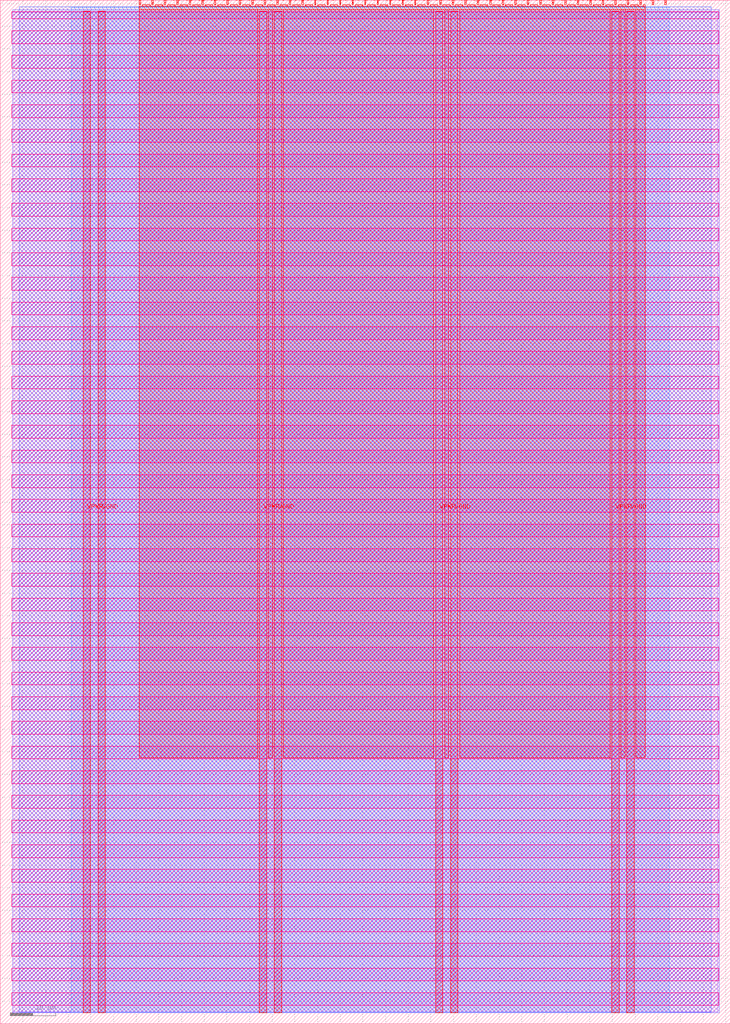
<source format=lef>
VERSION 5.7 ;
  NOWIREEXTENSIONATPIN ON ;
  DIVIDERCHAR "/" ;
  BUSBITCHARS "[]" ;
MACRO tt_um_pdm_pitch_filter_arghunter
  CLASS BLOCK ;
  FOREIGN tt_um_pdm_pitch_filter_arghunter ;
  ORIGIN 0.000 0.000 ;
  SIZE 161.000 BY 225.760 ;
  PIN VGND
    DIRECTION INOUT ;
    USE GROUND ;
    PORT
      LAYER met4 ;
        RECT 21.580 2.480 23.180 223.280 ;
    END
    PORT
      LAYER met4 ;
        RECT 60.450 2.480 62.050 223.280 ;
    END
    PORT
      LAYER met4 ;
        RECT 99.320 2.480 100.920 223.280 ;
    END
    PORT
      LAYER met4 ;
        RECT 138.190 2.480 139.790 223.280 ;
    END
  END VGND
  PIN VPWR
    DIRECTION INOUT ;
    USE POWER ;
    PORT
      LAYER met4 ;
        RECT 18.280 2.480 19.880 223.280 ;
    END
    PORT
      LAYER met4 ;
        RECT 57.150 2.480 58.750 223.280 ;
    END
    PORT
      LAYER met4 ;
        RECT 96.020 2.480 97.620 223.280 ;
    END
    PORT
      LAYER met4 ;
        RECT 134.890 2.480 136.490 223.280 ;
    END
  END VPWR
  PIN clk
    DIRECTION INPUT ;
    USE SIGNAL ;
    PORT
      LAYER met4 ;
        RECT 143.830 224.760 144.130 225.760 ;
    END
  END clk
  PIN ena
    DIRECTION INPUT ;
    USE SIGNAL ;
    PORT
      LAYER met4 ;
        RECT 146.590 224.760 146.890 225.760 ;
    END
  END ena
  PIN rst_n
    DIRECTION INPUT ;
    USE SIGNAL ;
    ANTENNAGATEAREA 0.213000 ;
    PORT
      LAYER met4 ;
        RECT 141.070 224.760 141.370 225.760 ;
    END
  END rst_n
  PIN ui_in[0]
    DIRECTION INPUT ;
    USE SIGNAL ;
    ANTENNAGATEAREA 0.196500 ;
    PORT
      LAYER met4 ;
        RECT 138.310 224.760 138.610 225.760 ;
    END
  END ui_in[0]
  PIN ui_in[1]
    DIRECTION INPUT ;
    USE SIGNAL ;
    ANTENNAGATEAREA 0.196500 ;
    PORT
      LAYER met4 ;
        RECT 135.550 224.760 135.850 225.760 ;
    END
  END ui_in[1]
  PIN ui_in[2]
    DIRECTION INPUT ;
    USE SIGNAL ;
    ANTENNAGATEAREA 0.196500 ;
    PORT
      LAYER met4 ;
        RECT 132.790 224.760 133.090 225.760 ;
    END
  END ui_in[2]
  PIN ui_in[3]
    DIRECTION INPUT ;
    USE SIGNAL ;
    ANTENNAGATEAREA 0.196500 ;
    PORT
      LAYER met4 ;
        RECT 130.030 224.760 130.330 225.760 ;
    END
  END ui_in[3]
  PIN ui_in[4]
    DIRECTION INPUT ;
    USE SIGNAL ;
    PORT
      LAYER met4 ;
        RECT 127.270 224.760 127.570 225.760 ;
    END
  END ui_in[4]
  PIN ui_in[5]
    DIRECTION INPUT ;
    USE SIGNAL ;
    PORT
      LAYER met4 ;
        RECT 124.510 224.760 124.810 225.760 ;
    END
  END ui_in[5]
  PIN ui_in[6]
    DIRECTION INPUT ;
    USE SIGNAL ;
    PORT
      LAYER met4 ;
        RECT 121.750 224.760 122.050 225.760 ;
    END
  END ui_in[6]
  PIN ui_in[7]
    DIRECTION INPUT ;
    USE SIGNAL ;
    PORT
      LAYER met4 ;
        RECT 118.990 224.760 119.290 225.760 ;
    END
  END ui_in[7]
  PIN uio_in[0]
    DIRECTION INPUT ;
    USE SIGNAL ;
    PORT
      LAYER met4 ;
        RECT 116.230 224.760 116.530 225.760 ;
    END
  END uio_in[0]
  PIN uio_in[1]
    DIRECTION INPUT ;
    USE SIGNAL ;
    PORT
      LAYER met4 ;
        RECT 113.470 224.760 113.770 225.760 ;
    END
  END uio_in[1]
  PIN uio_in[2]
    DIRECTION INPUT ;
    USE SIGNAL ;
    PORT
      LAYER met4 ;
        RECT 110.710 224.760 111.010 225.760 ;
    END
  END uio_in[2]
  PIN uio_in[3]
    DIRECTION INPUT ;
    USE SIGNAL ;
    PORT
      LAYER met4 ;
        RECT 107.950 224.760 108.250 225.760 ;
    END
  END uio_in[3]
  PIN uio_in[4]
    DIRECTION INPUT ;
    USE SIGNAL ;
    PORT
      LAYER met4 ;
        RECT 105.190 224.760 105.490 225.760 ;
    END
  END uio_in[4]
  PIN uio_in[5]
    DIRECTION INPUT ;
    USE SIGNAL ;
    PORT
      LAYER met4 ;
        RECT 102.430 224.760 102.730 225.760 ;
    END
  END uio_in[5]
  PIN uio_in[6]
    DIRECTION INPUT ;
    USE SIGNAL ;
    PORT
      LAYER met4 ;
        RECT 99.670 224.760 99.970 225.760 ;
    END
  END uio_in[6]
  PIN uio_in[7]
    DIRECTION INPUT ;
    USE SIGNAL ;
    PORT
      LAYER met4 ;
        RECT 96.910 224.760 97.210 225.760 ;
    END
  END uio_in[7]
  PIN uio_oe[0]
    DIRECTION OUTPUT ;
    USE SIGNAL ;
    ANTENNADIFFAREA 0.445500 ;
    PORT
      LAYER met4 ;
        RECT 49.990 224.760 50.290 225.760 ;
    END
  END uio_oe[0]
  PIN uio_oe[1]
    DIRECTION OUTPUT ;
    USE SIGNAL ;
    ANTENNADIFFAREA 0.445500 ;
    PORT
      LAYER met4 ;
        RECT 47.230 224.760 47.530 225.760 ;
    END
  END uio_oe[1]
  PIN uio_oe[2]
    DIRECTION OUTPUT ;
    USE SIGNAL ;
    ANTENNADIFFAREA 0.445500 ;
    PORT
      LAYER met4 ;
        RECT 44.470 224.760 44.770 225.760 ;
    END
  END uio_oe[2]
  PIN uio_oe[3]
    DIRECTION OUTPUT ;
    USE SIGNAL ;
    ANTENNADIFFAREA 0.445500 ;
    PORT
      LAYER met4 ;
        RECT 41.710 224.760 42.010 225.760 ;
    END
  END uio_oe[3]
  PIN uio_oe[4]
    DIRECTION OUTPUT ;
    USE SIGNAL ;
    ANTENNADIFFAREA 0.445500 ;
    PORT
      LAYER met4 ;
        RECT 38.950 224.760 39.250 225.760 ;
    END
  END uio_oe[4]
  PIN uio_oe[5]
    DIRECTION OUTPUT ;
    USE SIGNAL ;
    ANTENNADIFFAREA 0.445500 ;
    PORT
      LAYER met4 ;
        RECT 36.190 224.760 36.490 225.760 ;
    END
  END uio_oe[5]
  PIN uio_oe[6]
    DIRECTION OUTPUT ;
    USE SIGNAL ;
    ANTENNADIFFAREA 0.445500 ;
    PORT
      LAYER met4 ;
        RECT 33.430 224.760 33.730 225.760 ;
    END
  END uio_oe[6]
  PIN uio_oe[7]
    DIRECTION OUTPUT ;
    USE SIGNAL ;
    ANTENNADIFFAREA 0.445500 ;
    PORT
      LAYER met4 ;
        RECT 30.670 224.760 30.970 225.760 ;
    END
  END uio_oe[7]
  PIN uio_out[0]
    DIRECTION OUTPUT ;
    USE SIGNAL ;
    ANTENNADIFFAREA 0.445500 ;
    PORT
      LAYER met4 ;
        RECT 72.070 224.760 72.370 225.760 ;
    END
  END uio_out[0]
  PIN uio_out[1]
    DIRECTION OUTPUT ;
    USE SIGNAL ;
    ANTENNADIFFAREA 0.445500 ;
    PORT
      LAYER met4 ;
        RECT 69.310 224.760 69.610 225.760 ;
    END
  END uio_out[1]
  PIN uio_out[2]
    DIRECTION OUTPUT ;
    USE SIGNAL ;
    ANTENNADIFFAREA 0.445500 ;
    PORT
      LAYER met4 ;
        RECT 66.550 224.760 66.850 225.760 ;
    END
  END uio_out[2]
  PIN uio_out[3]
    DIRECTION OUTPUT ;
    USE SIGNAL ;
    ANTENNADIFFAREA 0.445500 ;
    PORT
      LAYER met4 ;
        RECT 63.790 224.760 64.090 225.760 ;
    END
  END uio_out[3]
  PIN uio_out[4]
    DIRECTION OUTPUT ;
    USE SIGNAL ;
    ANTENNADIFFAREA 0.445500 ;
    PORT
      LAYER met4 ;
        RECT 61.030 224.760 61.330 225.760 ;
    END
  END uio_out[4]
  PIN uio_out[5]
    DIRECTION OUTPUT ;
    USE SIGNAL ;
    ANTENNADIFFAREA 0.445500 ;
    PORT
      LAYER met4 ;
        RECT 58.270 224.760 58.570 225.760 ;
    END
  END uio_out[5]
  PIN uio_out[6]
    DIRECTION OUTPUT ;
    USE SIGNAL ;
    ANTENNADIFFAREA 0.445500 ;
    PORT
      LAYER met4 ;
        RECT 55.510 224.760 55.810 225.760 ;
    END
  END uio_out[6]
  PIN uio_out[7]
    DIRECTION OUTPUT ;
    USE SIGNAL ;
    ANTENNADIFFAREA 0.445500 ;
    PORT
      LAYER met4 ;
        RECT 52.750 224.760 53.050 225.760 ;
    END
  END uio_out[7]
  PIN uo_out[0]
    DIRECTION OUTPUT ;
    USE SIGNAL ;
    ANTENNADIFFAREA 0.445500 ;
    PORT
      LAYER met4 ;
        RECT 94.150 224.760 94.450 225.760 ;
    END
  END uo_out[0]
  PIN uo_out[1]
    DIRECTION OUTPUT ;
    USE SIGNAL ;
    ANTENNADIFFAREA 0.445500 ;
    PORT
      LAYER met4 ;
        RECT 91.390 224.760 91.690 225.760 ;
    END
  END uo_out[1]
  PIN uo_out[2]
    DIRECTION OUTPUT ;
    USE SIGNAL ;
    ANTENNADIFFAREA 0.445500 ;
    PORT
      LAYER met4 ;
        RECT 88.630 224.760 88.930 225.760 ;
    END
  END uo_out[2]
  PIN uo_out[3]
    DIRECTION OUTPUT ;
    USE SIGNAL ;
    ANTENNADIFFAREA 0.445500 ;
    PORT
      LAYER met4 ;
        RECT 85.870 224.760 86.170 225.760 ;
    END
  END uo_out[3]
  PIN uo_out[4]
    DIRECTION OUTPUT ;
    USE SIGNAL ;
    ANTENNADIFFAREA 0.445500 ;
    PORT
      LAYER met4 ;
        RECT 83.110 224.760 83.410 225.760 ;
    END
  END uo_out[4]
  PIN uo_out[5]
    DIRECTION OUTPUT ;
    USE SIGNAL ;
    ANTENNADIFFAREA 0.445500 ;
    PORT
      LAYER met4 ;
        RECT 80.350 224.760 80.650 225.760 ;
    END
  END uo_out[5]
  PIN uo_out[6]
    DIRECTION OUTPUT ;
    USE SIGNAL ;
    ANTENNADIFFAREA 0.445500 ;
    PORT
      LAYER met4 ;
        RECT 77.590 224.760 77.890 225.760 ;
    END
  END uo_out[6]
  PIN uo_out[7]
    DIRECTION OUTPUT ;
    USE SIGNAL ;
    ANTENNADIFFAREA 0.445500 ;
    PORT
      LAYER met4 ;
        RECT 74.830 224.760 75.130 225.760 ;
    END
  END uo_out[7]
  OBS
      LAYER nwell ;
        RECT 2.570 221.625 158.430 223.230 ;
        RECT 2.570 216.185 158.430 219.015 ;
        RECT 2.570 210.745 158.430 213.575 ;
        RECT 2.570 205.305 158.430 208.135 ;
        RECT 2.570 199.865 158.430 202.695 ;
        RECT 2.570 194.425 158.430 197.255 ;
        RECT 2.570 188.985 158.430 191.815 ;
        RECT 2.570 183.545 158.430 186.375 ;
        RECT 2.570 178.105 158.430 180.935 ;
        RECT 2.570 172.665 158.430 175.495 ;
        RECT 2.570 167.225 158.430 170.055 ;
        RECT 2.570 161.785 158.430 164.615 ;
        RECT 2.570 156.345 158.430 159.175 ;
        RECT 2.570 150.905 158.430 153.735 ;
        RECT 2.570 145.465 158.430 148.295 ;
        RECT 2.570 140.025 158.430 142.855 ;
        RECT 2.570 134.585 158.430 137.415 ;
        RECT 2.570 129.145 158.430 131.975 ;
        RECT 2.570 123.705 158.430 126.535 ;
        RECT 2.570 118.265 158.430 121.095 ;
        RECT 2.570 112.825 158.430 115.655 ;
        RECT 2.570 107.385 158.430 110.215 ;
        RECT 2.570 101.945 158.430 104.775 ;
        RECT 2.570 96.505 158.430 99.335 ;
        RECT 2.570 91.065 158.430 93.895 ;
        RECT 2.570 85.625 158.430 88.455 ;
        RECT 2.570 80.185 158.430 83.015 ;
        RECT 2.570 74.745 158.430 77.575 ;
        RECT 2.570 69.305 158.430 72.135 ;
        RECT 2.570 63.865 158.430 66.695 ;
        RECT 2.570 58.425 158.430 61.255 ;
        RECT 2.570 52.985 158.430 55.815 ;
        RECT 2.570 47.545 158.430 50.375 ;
        RECT 2.570 42.105 158.430 44.935 ;
        RECT 2.570 36.665 158.430 39.495 ;
        RECT 2.570 31.225 158.430 34.055 ;
        RECT 2.570 25.785 158.430 28.615 ;
        RECT 2.570 20.345 158.430 23.175 ;
        RECT 2.570 14.905 158.430 17.735 ;
        RECT 2.570 9.465 158.430 12.295 ;
        RECT 2.570 4.025 158.430 6.855 ;
      LAYER li1 ;
        RECT 2.760 2.635 158.240 223.125 ;
      LAYER met1 ;
        RECT 2.760 2.480 158.540 223.680 ;
      LAYER met2 ;
        RECT 4.240 2.535 156.760 224.245 ;
      LAYER met3 ;
        RECT 15.705 2.555 147.595 224.225 ;
      LAYER met4 ;
        RECT 31.370 224.360 33.030 224.760 ;
        RECT 34.130 224.360 35.790 224.760 ;
        RECT 36.890 224.360 38.550 224.760 ;
        RECT 39.650 224.360 41.310 224.760 ;
        RECT 42.410 224.360 44.070 224.760 ;
        RECT 45.170 224.360 46.830 224.760 ;
        RECT 47.930 224.360 49.590 224.760 ;
        RECT 50.690 224.360 52.350 224.760 ;
        RECT 53.450 224.360 55.110 224.760 ;
        RECT 56.210 224.360 57.870 224.760 ;
        RECT 58.970 224.360 60.630 224.760 ;
        RECT 61.730 224.360 63.390 224.760 ;
        RECT 64.490 224.360 66.150 224.760 ;
        RECT 67.250 224.360 68.910 224.760 ;
        RECT 70.010 224.360 71.670 224.760 ;
        RECT 72.770 224.360 74.430 224.760 ;
        RECT 75.530 224.360 77.190 224.760 ;
        RECT 78.290 224.360 79.950 224.760 ;
        RECT 81.050 224.360 82.710 224.760 ;
        RECT 83.810 224.360 85.470 224.760 ;
        RECT 86.570 224.360 88.230 224.760 ;
        RECT 89.330 224.360 90.990 224.760 ;
        RECT 92.090 224.360 93.750 224.760 ;
        RECT 94.850 224.360 96.510 224.760 ;
        RECT 97.610 224.360 99.270 224.760 ;
        RECT 100.370 224.360 102.030 224.760 ;
        RECT 103.130 224.360 104.790 224.760 ;
        RECT 105.890 224.360 107.550 224.760 ;
        RECT 108.650 224.360 110.310 224.760 ;
        RECT 111.410 224.360 113.070 224.760 ;
        RECT 114.170 224.360 115.830 224.760 ;
        RECT 116.930 224.360 118.590 224.760 ;
        RECT 119.690 224.360 121.350 224.760 ;
        RECT 122.450 224.360 124.110 224.760 ;
        RECT 125.210 224.360 126.870 224.760 ;
        RECT 127.970 224.360 129.630 224.760 ;
        RECT 130.730 224.360 132.390 224.760 ;
        RECT 133.490 224.360 135.150 224.760 ;
        RECT 136.250 224.360 137.910 224.760 ;
        RECT 139.010 224.360 140.670 224.760 ;
        RECT 141.770 224.360 142.305 224.760 ;
        RECT 30.655 223.680 142.305 224.360 ;
        RECT 30.655 58.655 56.750 223.680 ;
        RECT 59.150 58.655 60.050 223.680 ;
        RECT 62.450 58.655 95.620 223.680 ;
        RECT 98.020 58.655 98.920 223.680 ;
        RECT 101.320 58.655 134.490 223.680 ;
        RECT 136.890 58.655 137.790 223.680 ;
        RECT 140.190 58.655 142.305 223.680 ;
  END
END tt_um_pdm_pitch_filter_arghunter
END LIBRARY


</source>
